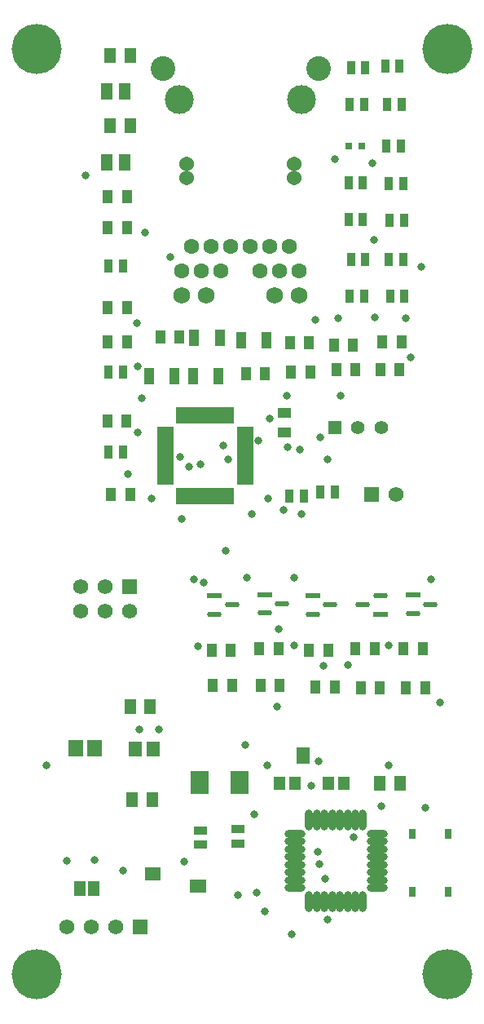
<source format=gts>
G04*
G04 #@! TF.GenerationSoftware,Altium Limited,Altium Designer,23.0.1 (38)*
G04*
G04 Layer_Color=8388736*
%FSLAX44Y44*%
%MOMM*%
G71*
G04*
G04 #@! TF.SameCoordinates,29EA246D-3BC2-426E-A151-39073B1FECC7*
G04*
G04*
G04 #@! TF.FilePolarity,Negative*
G04*
G01*
G75*
%ADD21R,1.0000X1.3500*%
%ADD22R,1.3046X1.4562*%
%ADD23R,1.2065X1.5082*%
%ADD24R,1.4549X1.5562*%
%ADD25R,0.6500X0.7000*%
%ADD26R,0.9500X1.3500*%
%ADD28R,1.5242X0.5780*%
%ADD31R,1.3500X1.0000*%
G04:AMPARAMS|DCode=32|XSize=1.5242mm|YSize=0.578mm|CornerRadius=0.289mm|HoleSize=0mm|Usage=FLASHONLY|Rotation=0.000|XOffset=0mm|YOffset=0mm|HoleType=Round|Shape=RoundedRectangle|*
%AMROUNDEDRECTD32*
21,1,1.5242,0.0000,0,0,0.0*
21,1,0.9463,0.5780,0,0,0.0*
1,1,0.5780,0.4731,0.0000*
1,1,0.5780,-0.4731,0.0000*
1,1,0.5780,-0.4731,0.0000*
1,1,0.5780,0.4731,0.0000*
%
%ADD32ROUNDEDRECTD32*%
%ADD34R,1.3500X0.9500*%
%ADD35R,1.9000X2.4000*%
%ADD39R,0.7000X1.0000*%
%ADD41O,2.1532X0.8032*%
%ADD42O,0.8032X2.1532*%
%ADD43R,1.4882X1.6732*%
%ADD44R,1.2532X1.6532*%
%ADD45R,1.7632X0.4832*%
%ADD46R,0.4832X1.7632*%
%ADD47R,0.8382X1.4732*%
%ADD48R,1.4732X0.8382*%
%ADD49R,1.1032X1.7532*%
%ADD50R,1.3032X1.5032*%
%ADD51R,1.2032X1.5532*%
%ADD52C,5.2032*%
%ADD53C,3.0032*%
%ADD54C,2.5582*%
%ADD55C,1.5382*%
%ADD56C,1.7332*%
%ADD57C,1.6012*%
%ADD58R,1.5732X1.5732*%
%ADD59C,1.5732*%
%ADD60C,1.4032*%
%ADD61R,1.4032X1.4032*%
%ADD62C,0.8032*%
D21*
X1470500Y547370D02*
D03*
X1671160Y544830D02*
D03*
X1604170D02*
D03*
X1520030Y547370D02*
D03*
X1550670Y584200D02*
D03*
X1449230D02*
D03*
X1361504Y939800D02*
D03*
Y1022350D02*
D03*
X1415890Y909320D02*
D03*
X1550670Y902970D02*
D03*
X1504950Y871220D02*
D03*
X1551940Y872490D02*
D03*
X1598930Y585470D02*
D03*
X1648780D02*
D03*
X1518920D02*
D03*
X1557180Y546100D02*
D03*
X1361120Y821690D02*
D03*
X1341120D02*
D03*
X1577180Y546100D02*
D03*
X1570670Y584200D02*
D03*
X1500030Y547370D02*
D03*
X1498920Y585470D02*
D03*
X1624170Y544830D02*
D03*
X1668780Y585470D02*
D03*
X1618930D02*
D03*
X1651160Y544830D02*
D03*
X1344930Y745490D02*
D03*
X1364930D02*
D03*
X1644650Y875240D02*
D03*
X1624650D02*
D03*
X1578770D02*
D03*
X1598770D02*
D03*
X1646821Y904240D02*
D03*
X1626821D02*
D03*
X1531940Y872490D02*
D03*
X1484950Y871220D02*
D03*
X1341504Y904240D02*
D03*
X1361504D02*
D03*
X1596390Y900430D02*
D03*
X1576390D02*
D03*
X1530670Y902970D02*
D03*
X1395890Y909320D02*
D03*
X1341504Y1054817D02*
D03*
X1361504D02*
D03*
X1341504Y1022350D02*
D03*
Y939800D02*
D03*
X1450500Y547370D02*
D03*
X1469230Y584200D02*
D03*
D22*
X1535868Y445770D02*
D03*
X1587106D02*
D03*
X1570990D02*
D03*
X1519752D02*
D03*
D23*
X1624330D02*
D03*
X1645347D02*
D03*
D24*
X1388843Y481330D02*
D03*
X1370330D02*
D03*
D25*
X1591780Y1107440D02*
D03*
X1605280D02*
D03*
D26*
X1608970Y989330D02*
D03*
X1606550Y1031240D02*
D03*
Y1069340D02*
D03*
X1592700Y1150620D02*
D03*
X1644650Y1189990D02*
D03*
X1631950Y1150620D02*
D03*
X1648220Y989330D02*
D03*
X1649490Y1029970D02*
D03*
X1648460Y1068070D02*
D03*
X1630680Y1107440D02*
D03*
X1577340Y748030D02*
D03*
X1562340D02*
D03*
X1530350Y744220D02*
D03*
X1545350D02*
D03*
X1645680Y1107440D02*
D03*
X1633460Y1068070D02*
D03*
X1634490Y1029970D02*
D03*
X1633220Y989330D02*
D03*
X1646950Y1150620D02*
D03*
X1629650Y1189990D02*
D03*
X1608970Y1188720D02*
D03*
X1593970D02*
D03*
X1649730Y951230D02*
D03*
X1634730D02*
D03*
X1591550Y1069340D02*
D03*
Y1031240D02*
D03*
X1607700Y951230D02*
D03*
X1592700D02*
D03*
X1593970Y989330D02*
D03*
X1607700Y1150620D02*
D03*
X1357004Y872490D02*
D03*
X1342003D02*
D03*
X1357004Y982980D02*
D03*
X1342003D02*
D03*
Y789940D02*
D03*
X1357004D02*
D03*
D28*
X1452456Y640690D02*
D03*
X1658620Y641350D02*
D03*
X1624754Y621690D02*
D03*
X1504526Y641960D02*
D03*
X1554268Y640690D02*
D03*
D31*
X1525270Y830580D02*
D03*
Y810580D02*
D03*
D32*
X1554268Y621690D02*
D03*
X1572472Y631190D02*
D03*
X1504526Y622960D02*
D03*
X1522730Y632460D02*
D03*
X1624754Y640690D02*
D03*
X1606550Y631190D02*
D03*
X1658620Y622350D02*
D03*
X1676824Y631850D02*
D03*
X1452456Y621690D02*
D03*
X1470660Y631190D02*
D03*
D34*
X1477010Y398540D02*
D03*
Y383540D02*
D03*
X1437640Y397270D02*
D03*
Y382270D02*
D03*
D35*
X1437280Y447040D02*
D03*
X1478280D02*
D03*
D39*
X1657900Y333220D02*
D03*
Y393220D02*
D03*
X1694900Y333220D02*
D03*
Y393220D02*
D03*
D41*
X1621110Y393760D02*
D03*
Y385760D02*
D03*
Y377760D02*
D03*
Y369760D02*
D03*
Y361760D02*
D03*
Y353760D02*
D03*
Y345760D02*
D03*
Y337760D02*
D03*
X1536110D02*
D03*
Y345760D02*
D03*
Y353760D02*
D03*
Y361760D02*
D03*
Y369760D02*
D03*
Y377760D02*
D03*
Y385760D02*
D03*
Y393760D02*
D03*
D42*
X1606610Y323260D02*
D03*
X1598610D02*
D03*
X1590610D02*
D03*
X1582610D02*
D03*
X1574610D02*
D03*
X1566610D02*
D03*
X1558610D02*
D03*
X1550610D02*
D03*
Y408260D02*
D03*
X1558610D02*
D03*
X1566610D02*
D03*
X1574610D02*
D03*
X1582610D02*
D03*
X1590610D02*
D03*
X1598610D02*
D03*
X1606610D02*
D03*
D43*
X1327560Y482600D02*
D03*
X1308100D02*
D03*
D44*
X1340770Y1090734D02*
D03*
Y1164035D02*
D03*
X1359270D02*
D03*
X1359270Y1090734D02*
D03*
D45*
X1400920Y798630D02*
D03*
Y778630D02*
D03*
Y763630D02*
D03*
X1484520Y773630D02*
D03*
Y813630D02*
D03*
Y808630D02*
D03*
Y803630D02*
D03*
Y798630D02*
D03*
Y793630D02*
D03*
Y788630D02*
D03*
Y783630D02*
D03*
Y778630D02*
D03*
Y768630D02*
D03*
Y763630D02*
D03*
Y758630D02*
D03*
X1400920D02*
D03*
Y768630D02*
D03*
Y773630D02*
D03*
Y783630D02*
D03*
Y788630D02*
D03*
Y793630D02*
D03*
Y803630D02*
D03*
Y808630D02*
D03*
Y813630D02*
D03*
D46*
X1425220Y744330D02*
D03*
X1435220D02*
D03*
X1455220D02*
D03*
X1440220Y827930D02*
D03*
X1435220D02*
D03*
X1430220D02*
D03*
X1415220D02*
D03*
X1420220D02*
D03*
X1425220D02*
D03*
X1445220D02*
D03*
X1450220D02*
D03*
X1455220D02*
D03*
X1460220D02*
D03*
X1465220D02*
D03*
X1470220D02*
D03*
Y744330D02*
D03*
X1465220D02*
D03*
X1460220D02*
D03*
X1450220D02*
D03*
X1445220D02*
D03*
X1440220D02*
D03*
X1430220D02*
D03*
X1420220D02*
D03*
X1415220D02*
D03*
D47*
X1439164Y339090D02*
D03*
X1431036D02*
D03*
X1384046Y351790D02*
D03*
X1392174D02*
D03*
D48*
X1544320Y470662D02*
D03*
Y478790D02*
D03*
D49*
X1506220Y905510D02*
D03*
X1479720D02*
D03*
X1430020Y868680D02*
D03*
X1456520D02*
D03*
X1410970D02*
D03*
X1384470D02*
D03*
X1431290Y908050D02*
D03*
X1457790D02*
D03*
D50*
X1344003Y1201420D02*
D03*
X1365004D02*
D03*
X1344003Y1128118D02*
D03*
X1365004D02*
D03*
X1385570Y525780D02*
D03*
X1364570D02*
D03*
X1366520Y429260D02*
D03*
X1387520D02*
D03*
D51*
X1327150Y336550D02*
D03*
X1312150D02*
D03*
D52*
X1694180Y247650D02*
D03*
X1267460D02*
D03*
X1694180Y1207770D02*
D03*
X1267460D02*
D03*
D53*
X1416050Y1155700D02*
D03*
X1543050D02*
D03*
D54*
X1398900Y1187500D02*
D03*
X1560200D02*
D03*
D55*
X1423650Y1074500D02*
D03*
Y1089100D02*
D03*
X1535450Y1074500D02*
D03*
Y1089100D02*
D03*
D56*
X1418650Y952500D02*
D03*
X1444000D02*
D03*
X1515100D02*
D03*
X1540450D02*
D03*
D57*
X1418650Y977900D02*
D03*
X1438950D02*
D03*
X1459250D02*
D03*
X1499850D02*
D03*
X1520150D02*
D03*
X1540450D02*
D03*
X1469400Y1003300D02*
D03*
X1489700D02*
D03*
X1510000D02*
D03*
X1530300D02*
D03*
X1449100D02*
D03*
X1428800D02*
D03*
D58*
X1375410Y297180D02*
D03*
X1363980Y650240D02*
D03*
X1615440Y745490D02*
D03*
D59*
X1350010Y297180D02*
D03*
X1324610D02*
D03*
X1299210D02*
D03*
X1363980Y624840D02*
D03*
X1338580Y650240D02*
D03*
Y624840D02*
D03*
X1313180Y650240D02*
D03*
Y624840D02*
D03*
X1640840Y745490D02*
D03*
D60*
X1625870Y815340D02*
D03*
X1601470D02*
D03*
D61*
X1577070D02*
D03*
D62*
X1406540Y992490D02*
D03*
X1583690Y848360D02*
D03*
X1496060Y332601D02*
D03*
X1569747Y304615D02*
D03*
X1581150Y928370D02*
D03*
X1553210Y443230D02*
D03*
X1596529Y389890D02*
D03*
X1671320Y420370D02*
D03*
X1416315Y785125D02*
D03*
X1425990Y774763D02*
D03*
X1437640Y777240D02*
D03*
X1418590Y720090D02*
D03*
X1543050Y725170D02*
D03*
X1466850Y782320D02*
D03*
X1362710Y767080D02*
D03*
X1577340Y1093470D02*
D03*
X1651000Y928370D02*
D03*
X1656080Y887730D02*
D03*
X1619250Y929640D02*
D03*
X1374140Y501650D02*
D03*
X1561720Y362225D02*
D03*
X1532890Y289560D02*
D03*
X1507490Y464820D02*
D03*
X1421130Y364490D02*
D03*
X1357630Y355600D02*
D03*
X1435100Y588010D02*
D03*
X1394460Y501650D02*
D03*
X1299210Y365760D02*
D03*
X1327334Y366846D02*
D03*
X1484630Y486049D02*
D03*
X1633220Y464820D02*
D03*
X1567180Y346710D02*
D03*
X1559560Y374650D02*
D03*
X1476745Y330465D02*
D03*
X1504950Y313230D02*
D03*
X1517650Y525780D02*
D03*
X1277620Y464820D02*
D03*
X1686560Y529590D02*
D03*
X1535430Y659130D02*
D03*
Y589280D02*
D03*
X1560506Y469187D02*
D03*
X1677670Y657860D02*
D03*
X1633220Y589280D02*
D03*
X1591310Y568960D02*
D03*
X1431290Y657860D02*
D03*
X1441450Y654050D02*
D03*
X1485900Y659130D02*
D03*
X1386840Y741680D02*
D03*
X1527810Y848360D02*
D03*
X1667510Y981710D02*
D03*
X1616710Y1089660D02*
D03*
X1371600Y923290D02*
D03*
X1372870Y878840D02*
D03*
X1380490Y1017270D02*
D03*
X1318260Y1076960D02*
D03*
X1461770Y796290D02*
D03*
X1557020Y927100D02*
D03*
X1617980Y1009650D02*
D03*
X1625368Y422698D02*
D03*
X1490980Y725170D02*
D03*
X1507950Y741220D02*
D03*
X1523719Y729440D02*
D03*
X1569720Y782320D02*
D03*
X1540665Y792710D02*
D03*
X1528378Y795110D02*
D03*
X1562100Y805180D02*
D03*
X1497860Y801820D02*
D03*
X1464310Y687070D02*
D03*
X1518920Y605790D02*
D03*
X1509396Y824150D02*
D03*
X1372870Y810166D02*
D03*
X1565910Y567690D02*
D03*
X1493520Y414020D02*
D03*
X1376680Y845820D02*
D03*
M02*

</source>
